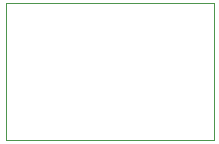
<source format=gbr>
%TF.GenerationSoftware,KiCad,Pcbnew,9.0.2+dfsg-1*%
%TF.CreationDate,2025-11-23T23:22:13+02:00*%
%TF.ProjectId,stm8s001j3-dev-board,73746d38-7330-4303-916a-332d6465762d,1*%
%TF.SameCoordinates,Original*%
%TF.FileFunction,Profile,NP*%
%FSLAX46Y46*%
G04 Gerber Fmt 4.6, Leading zero omitted, Abs format (unit mm)*
G04 Created by KiCad (PCBNEW 9.0.2+dfsg-1) date 2025-11-23 23:22:13*
%MOMM*%
%LPD*%
G01*
G04 APERTURE LIST*
%TA.AperFunction,Profile*%
%ADD10C,0.050000*%
%TD*%
G04 APERTURE END LIST*
D10*
X146350000Y-94860000D02*
X164000000Y-94860000D01*
X164000000Y-106460000D01*
X146350000Y-106460000D01*
X146350000Y-94860000D01*
M02*

</source>
